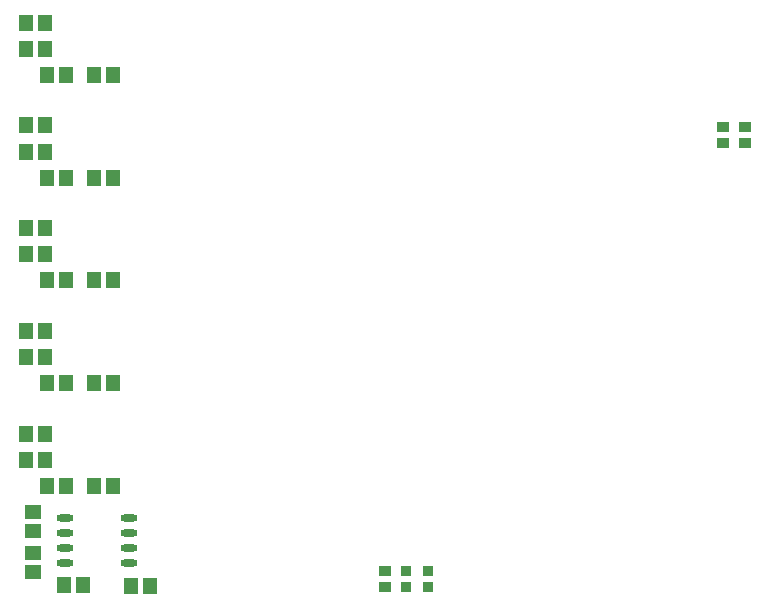
<source format=gbr>
%TF.GenerationSoftware,Altium Limited,Altium Designer,18.1.9 (240)*%
G04 Layer_Color=128*
%FSLAX26Y26*%
%MOIN*%
%TF.FileFunction,Paste,Bot*%
%TF.Part,Single*%
G01*
G75*
%TA.AperFunction,SMDPad,CuDef*%
%ADD12R,0.051181X0.055118*%
%ADD13R,0.039370X0.035433*%
%ADD27O,0.057087X0.023622*%
%ADD28R,0.055118X0.051181*%
%ADD50R,0.037402X0.033465*%
D12*
X4125983Y5646005D02*
D03*
X4188975D02*
D03*
X4125983Y5559223D02*
D03*
X4188975D02*
D03*
X4194881Y5472441D02*
D03*
X4257873D02*
D03*
X4125983Y5303485D02*
D03*
X4188975D02*
D03*
X4125983Y5216703D02*
D03*
X4188975D02*
D03*
X4194883Y5129921D02*
D03*
X4257875D02*
D03*
X4125983Y4960966D02*
D03*
X4188977D02*
D03*
X4125985Y4874184D02*
D03*
X4188977D02*
D03*
X4314961Y4456693D02*
D03*
X4251968D02*
D03*
X4194881Y4787401D02*
D03*
X4257873D02*
D03*
X4539370Y4452756D02*
D03*
X4476378D02*
D03*
X4352363Y4787401D02*
D03*
X4415355D02*
D03*
X4352363Y5129921D02*
D03*
X4415355D02*
D03*
X4352363Y5472439D02*
D03*
X4415355D02*
D03*
X4125985Y5901743D02*
D03*
X4188977D02*
D03*
X4125985Y5988525D02*
D03*
X4188977D02*
D03*
X4194881Y5814961D02*
D03*
X4257873D02*
D03*
X4352363D02*
D03*
X4415355D02*
D03*
X4125983Y6244260D02*
D03*
X4188977D02*
D03*
X4194881Y6157478D02*
D03*
X4257875D02*
D03*
X4125983Y6331042D02*
D03*
X4188975D02*
D03*
X4352361Y6157478D02*
D03*
X4415353D02*
D03*
D13*
X6448819Y5983268D02*
D03*
Y5930118D02*
D03*
X6523621Y5983269D02*
D03*
Y5930118D02*
D03*
X5322834Y4449803D02*
D03*
Y4502953D02*
D03*
D27*
X4469488Y4681298D02*
D03*
Y4631298D02*
D03*
Y4581298D02*
D03*
Y4531298D02*
D03*
X4254922Y4681298D02*
D03*
Y4631298D02*
D03*
Y4581298D02*
D03*
Y4531298D02*
D03*
D28*
X4149606Y4500000D02*
D03*
Y4562992D02*
D03*
X4149607Y4637796D02*
D03*
Y4700788D02*
D03*
D50*
X5393701Y4450788D02*
D03*
Y4501968D02*
D03*
X5464566Y4501969D02*
D03*
Y4450787D02*
D03*
%TF.MD5,2053902ad4e661158716dee89b79e525*%
M02*

</source>
